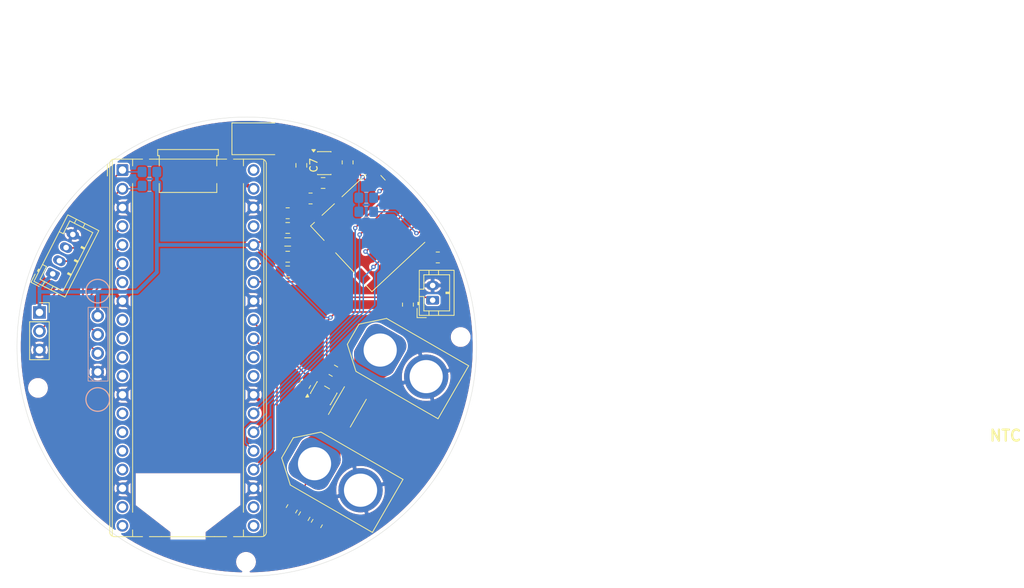
<source format=kicad_pcb>
(kicad_pcb
	(version 20241229)
	(generator "pcbnew")
	(generator_version "9.0")
	(general
		(thickness 1.6)
		(legacy_teardrops no)
	)
	(paper "A4")
	(layers
		(0 "F.Cu" signal)
		(2 "B.Cu" signal)
		(9 "F.Adhes" user "F.Adhesive")
		(11 "B.Adhes" user "B.Adhesive")
		(13 "F.Paste" user)
		(15 "B.Paste" user)
		(5 "F.SilkS" user "F.Silkscreen")
		(7 "B.SilkS" user "B.Silkscreen")
		(1 "F.Mask" user)
		(3 "B.Mask" user)
		(17 "Dwgs.User" user "User.Drawings")
		(19 "Cmts.User" user "User.Comments")
		(21 "Eco1.User" user "User.Eco1")
		(23 "Eco2.User" user "User.Eco2")
		(25 "Edge.Cuts" user)
		(27 "Margin" user)
		(31 "F.CrtYd" user "F.Courtyard")
		(29 "B.CrtYd" user "B.Courtyard")
		(35 "F.Fab" user)
		(33 "B.Fab" user)
		(39 "User.1" user)
		(41 "User.2" user)
		(43 "User.3" user)
		(45 "User.4" user)
	)
	(setup
		(pad_to_mask_clearance 0)
		(allow_soldermask_bridges_in_footprints no)
		(tenting front back)
		(grid_origin 134.95 93.5)
		(pcbplotparams
			(layerselection 0x00000000_00000000_55555555_5755f5ff)
			(plot_on_all_layers_selection 0x00000000_00000000_00000000_00000000)
			(disableapertmacros no)
			(usegerberextensions no)
			(usegerberattributes yes)
			(usegerberadvancedattributes yes)
			(creategerberjobfile yes)
			(dashed_line_dash_ratio 12.000000)
			(dashed_line_gap_ratio 3.000000)
			(svgprecision 4)
			(plotframeref no)
			(mode 1)
			(useauxorigin no)
			(hpglpennumber 1)
			(hpglpenspeed 20)
			(hpglpendiameter 15.000000)
			(pdf_front_fp_property_popups yes)
			(pdf_back_fp_property_popups yes)
			(pdf_metadata yes)
			(pdf_single_document no)
			(dxfpolygonmode yes)
			(dxfimperialunits yes)
			(dxfusepcbnewfont yes)
			(psnegative no)
			(psa4output no)
			(plot_black_and_white yes)
			(sketchpadsonfab no)
			(plotpadnumbers no)
			(hidednponfab no)
			(sketchdnponfab yes)
			(crossoutdnponfab yes)
			(subtractmaskfromsilk no)
			(outputformat 1)
			(mirror no)
			(drillshape 1)
			(scaleselection 1)
			(outputdirectory "")
		)
	)
	(net 0 "")
	(net 1 "/ISENSE_ADC")
	(net 2 "/SCL")
	(net 3 "unconnected-(A1-GPIO5-Pad7)")
	(net 4 "GND")
	(net 5 "unconnected-(A1-VBUS-Pad40)")
	(net 6 "Net-(A1-VSYS)")
	(net 7 "unconnected-(A1-GPIO8-Pad11)")
	(net 8 "/NTC_ADC")
	(net 9 "unconnected-(A1-GPIO15-Pad20)")
	(net 10 "/SD_MOSI")
	(net 11 "/VBAT_ADC")
	(net 12 "/SPI1_MISO")
	(net 13 "/UART0_RX")
	(net 14 "+3.3V")
	(net 15 "/SD_CLK")
	(net 16 "unconnected-(A1-GPIO6-Pad9)")
	(net 17 "/LC_SCK")
	(net 18 "unconnected-(A1-GPIO9-Pad12)")
	(net 19 "/UART0_TX")
	(net 20 "unconnected-(A1-GPIO7-Pad10)")
	(net 21 "/RPM")
	(net 22 "/SPI1_SCK")
	(net 23 "/SD_MISO")
	(net 24 "unconnected-(A1-GPIO14-Pad19)")
	(net 25 "unconnected-(A1-3V3_EN-Pad37)")
	(net 26 "/SDA")
	(net 27 "Net-(A1-ADC_VREF)")
	(net 28 "unconnected-(A1-RUN-Pad30)")
	(net 29 "/SD_CS")
	(net 30 "/SPI1_MOSI")
	(net 31 "unconnected-(A1-GPIO22-Pad29)")
	(net 32 "/SPI1_CSN")
	(net 33 "/LC_DT")
	(net 34 "/DET_B")
	(net 35 "+5V")
	(net 36 "+12V")
	(net 37 "Net-(J10-SHIELD)")
	(net 38 "/DET_A")
	(net 39 "Net-(J10-VDD)")
	(net 40 "Net-(J10-DAT1)")
	(net 41 "Net-(J10-DAT2)")
	(net 42 "Net-(R4-Pad1)")
	(net 43 "Net-(U2-QOD)")
	(net 44 "unconnected-(U2-CT-Pad4)")
	(net 45 "/BOUT_P")
	(footprint "MountingHole:MountingHole_2.2mm_M2_ISO7380" (layer "F.Cu") (at 134.85 122.7))
	(footprint "Resistor_SMD:R_2512_6332Metric_Pad1.40x3.35mm_HandSolder" (layer "F.Cu") (at 148.589359 101.672982 -120))
	(footprint "Resistor_SMD:R_0805_2012Metric_Pad1.20x1.40mm_HandSolder" (layer "F.Cu") (at 160.85 81.4 180))
	(footprint "Resistor_SMD:R_0805_2012Metric_Pad1.20x1.40mm_HandSolder" (layer "F.Cu") (at 142.860194 98.596186 60))
	(footprint "Inductor_SMD:L_0805_2012Metric_Pad1.05x1.20mm_HandSolder" (layer "F.Cu") (at 140.5 79.3 180))
	(footprint "Resistor_SMD:R_0805_2012Metric_Pad1.20x1.40mm_HandSolder" (layer "F.Cu") (at 141.05 115.5 -120))
	(footprint "Connector_AMASS:AMASS_XT60-F_1x02_P7.20mm_Vertical" (layer "F.Cu") (at 153.039358 93.965356 -30))
	(footprint "Connector_AMASS:AMASS_XT60-F_1x02_P7.20mm_Vertical" (layer "F.Cu") (at 144.139359 109.380607 -30))
	(footprint "Diode_SMD:D_SMB" (layer "F.Cu") (at 136.6 65.3))
	(footprint "Resistor_SMD:R_0805_2012Metric_Pad1.20x1.40mm_HandSolder" (layer "F.Cu") (at 143.6 73.4 180))
	(footprint "Module:RaspberryPi_Pico_Common_THT" (layer "F.Cu") (at 118.1 69.54))
	(footprint "Capacitor_SMD:C_0805_2012Metric_Pad1.18x1.45mm_HandSolder" (layer "F.Cu") (at 146.688655 96.765098 -30))
	(footprint "MountingHole:MountingHole_2.2mm_M2_ISO7380" (layer "F.Cu") (at 163.95 92.2))
	(footprint "MountingHole:MountingHole_2.2mm_M2_ISO7380" (layer "F.Cu") (at 106.65 99.1))
	(footprint "Package_TO_SOT_SMD:SOT-23-5" (layer "F.Cu") (at 145.385066 99.822981 60))
	(footprint "Package_TO_SOT_SMD:SOT-23-6" (layer "F.Cu") (at 145.4625 68.6))
	(footprint "Capacitor_SMD:C_0805_2012Metric_Pad1.18x1.45mm_HandSolder" (layer "F.Cu") (at 142.75 116.5 60))
	(footprint "Connector_Card:microSD_HC_Molex_104031-0811" (layer "F.Cu") (at 152 77.6 -47))
	(footprint "Connector_JST:JST_PH_B4B-PH-K_1x04_P2.00mm_Vertical" (layer "F.Cu") (at 108.647975 83.623326 63))
	(footprint "Connector_PinSocket_2.54mm:PinSocket_1x03_P2.54mm_Vertical" (layer "F.Cu") (at 106.85 88.86))
	(footprint "Resistor_SMD:R_0805_2012Metric_Pad1.20x1.40mm_HandSolder" (layer "F.Cu") (at 144.45 117.5 60))
	(footprint "Capacitor_SMD:C_0805_2012Metric_Pad1.18x1.45mm_HandSolder" (layer "F.Cu") (at 145.3 71.3 180))
	(footprint "Capacitor_SMD:C_0805_2012Metric_Pad1.18x1.45mm_HandSolder" (layer "F.Cu") (at 142.35 68.9 -90))
	(footprint "Capacitor_SMD:C_0805_2012Metric_Pad1.18x1.45mm_HandSolder" (layer "F.Cu") (at 140.5 77.4))
	(footprint "Resistor_SMD:R_0805_2012Metric_Pad1.20x1.40mm_HandSolder" (layer "F.Cu") (at 140.5 75.4))
	(footprint "Resistor_SMD:R_0805_2012Metric_Pad1.20x1.40mm_HandSolder" (layer "F.Cu") (at 156.8 87.8 90))
	(footprint "Resistor_SMD:R_0805_2012Metric_Pad1.20x1.40mm_HandSolder" (layer "F.Cu") (at 148.625 68.5 -90))
	(footprint "Capacitor_SMD:C_0805_2012Metric_Pad1.18x1.45mm_HandSolder" (layer "F.Cu") (at 140.5 81.3))
	(footprint "Connector_JST:JST_PH_B2B-PH-K_1x02_P2.00mm_Vertical" (layer "F.Cu") (at 160.15 87.2 90))
	(footprint "Capacitor_SMD:C_0805_2012Metric_Pad1.18x1.45mm_HandSolder" (layer "F.Cu") (at 140.5 83.3))
	(footprint "Resistor_SMD:R_0805_2012Metric_Pad1.20x1.40mm_HandSolder" (layer "B.Cu") (at 151.15 73.3))
	(footprint "HX711Module:HX711_Module_NoAnalog" (layer "B.Cu") (at 126.55 93.667))
	(footprint "Resistor_SMD:R_0805_2012Metric_Pad1.20x1.40mm_HandSolder" (layer "B.Cu") (at 121.761604 69.7929 180))
	(footprint "Resistor_SMD:R_0805_2012Metric_Pad1.20x1.40mm_HandSolder" (layer "B.Cu") (at 151.15 75.2))
	(footprint "Resistor_SMD:R_0805_2012Metric_Pad1.20x1.40mm_HandSolder" (layer "B.Cu") (at 121.761604 71.6929 180))
	(gr_line
		(start 147.75 103)
		(end 146.95 104.3)
		(stroke
			(width 0.2)
			(type default)
		)
		(layer "F.Cu")
		(net 36)
		(uuid "2df46c3b-215f-41bd-8d44-0955e870552b")
	)
	(gr_line
		(start 148.55 100.3)
		(end 149.25 100.3)
		(stroke
			(width 0.2)
			(type default)
		)
		(layer "F.Cu")
		(net 45)
		(uuid "3820bcbe-7143-4377-83c7-ed9a88a6343d")
	)
	(gr_line
		(start 147.55 102.3)
		(end 147.75 103)
		(stroke
			(width 0.2)
			(type default)
		)
		(layer "F.Cu")
		(net 36)
		(uuid "463151d0-fb33-4796-8b72-6546a5f3391e")
	)
	(gr_line
		(start 146.75 99.3)
		(end 148.55 100.3)
		(stroke
			(width 0.2)
			(type default)
		)
		(layer "F.Cu")
		(net 45)
		(uuid "b69c472b-aa2f-4038-a41f-1878b7fbfa21")
	)
	(gr_line
		(start 141.55 114.6)
		(end 143.15 111.8)
		(stroke
			(width 0.2)
			(type default)
		)
		(layer "F.Cu")
		(net 36)
		(uuid "b88a325b-7965-48a3-9e21-9fa522e6da91")
	)
	(gr_line
		(start 149.25 100.3)
		(end 150.05 99)
		(stroke
			(width 0.2)
			(type default)
		)
		(layer "F.Cu")
		(net 45)
		(uuid "c33c3565-083c-4986-a070-9d4c396c6850")
	)
	(gr_line
		(start 144.05 100.3)
		(end 142.35 99.4)
		(stroke
			(width 0.2)
			(type default)
		)
		(layer "F.Cu")
		(net 42)
		(uuid "f1b41719-89c1-413b-8fbe-0bfdbbfefa49")
	)
	(gr_line
		(start 145.25 98.1)
		(end 145.95 96.8)
		(stroke
			(width 0.2)
			(type default)
		)
		(layer "F.Cu")
		(net 14)
		(uuid "f1e5e460-9474-45a9-b0c5-68ad9bcc5afa")
	)
	(gr_line
		(start 145.65 101.3)
		(end 147.55 102.3)
		(stroke
			(width 0.2)
			(type default)
		)
		(layer "F.Cu")
		(net 36)
		(uuid "f558b25d-cc19-4831-9a56-687a7e12bb48")
	)
	(gr_circle
		(center 134.95 93.5)
		(end 166.1 93.5)
		(stroke
			(width 0.05)
			(type solid)
		)
		(fill no)
		(layer "Edge.Cuts")
		(uuid "4d39f37c-82b0-4297-991d-5e3f02ac3e50")
	)
	(gr_circle
		(center 134.95 93.5)
		(end 166.1 93.5)
		(stroke
			(width 0.05)
			(type solid)
		)
		(fill no)
		(layer "Margin")
		(uuid "dbb84c0f-8ac3-4c6b-b96a-1e774551e1f8")
	)
	(gr_text "NTC"
		(at 235.5 106.45 0)
		(layer "F.SilkS")
		(uuid "5edae1d2-f999-4efd-a001-dc75ab72d3e9")
		(effects
			(font
				(size 1.5 1.5)
				(thickness 0.3)
				(bold yes)
			)
			(justify left bottom)
		)
	)
	(segment
		(start 143.360194 97.73016)
		(end 143.360194 97.710194)
		(width 0.2)
		(layer "F.Cu")
		(net 1)
		(uuid "4eefc112-53b1-4872-848e-4a3c5071e51b")
	)
	(segment
		(start 135.88 90.23)
		(end 135.88 89.86)
		(width 0.2)
		(layer "F.Cu")
		(net 1)
		(uuid "6f0aaa66-1c8c-4ab6-950c-fdee6f1eaf3f")
	)
	(segment
		(start 143.360194 97.710194)
		(end 135.88 90.23)
		(width 0.2)
		(layer "F.Cu")
		(net 1)
		(uuid "7285ccd7-3ba3-495e-93cb-f2b0359751e7")
	)
	(segment
		(start 109.414643 81.9)
		(end 111.2 81.9)
		(width 0.2)
		(layer "F.Cu")
		(net 2)
		(uuid "211466af-663d-4dc5-a164-e829565cdd94")
	)
	(segment
		(start 118.08 72.1)
		(end 118.1 72.08)
		(width 0.2)
		(layer "F.Cu")
		(net 2)
		(uuid "4571531e-1dcf-4a72-9dab-8cddd32e2c3d")
	)
	(segment
		(start 114.55 75.5)
		(end 117.95 72.1)
		(width 0.2)
		(layer "F.Cu")
		(net 2)
		(uuid "4e96be37-51fb-4af7-97c3-adf05a739510")
	)
	(segment
		(start 111.2 81.9)
		(end 114.55 78.55)
		(width 0.2)
		(layer "F.Cu")
		(net 2)
		(uuid "589dc0ff-0601-4fc0-bb33-4cc7bbc5e6f8")
	)
	(segment
		(start 114.55 78.55)
		(end 114.55 75.5)
		(width 0.2)
		(layer "F.Cu")
		(net 2)
		(uuid "7e57dab2-b992-4bd9-9e39-612db3378c61")
	)
	(segment
		(start 109.055956 81.541313)
		(end 109.414643 81.9)
		(width 0.2)
		(layer "F.Cu")
		(net 2)
		(uuid "9fb3c99c-a6c8-4b56-8bca-7e8e2d69e337")
	)
	(segment
		(start 117.95 72.1)
		(end 118.08 72.1)
		(width 0.2)
		(layer "F.Cu")
		(net 2)
		(uuid "d9cb47b2-faa8-4758-bb6d-d5e7cc8084e6")
	)
	(segment
		(start 118.1 72.08)
		(end 120.374504 72.08)
		(width 0.2)
		(layer "B.Cu")
		(net 2)
		(uuid "7e37ac5a-79e6-4084-97d1-d58808edb083")
	)
	(segment
		(start 120.374504 72.08)
		(end 120.761604 71.6929)
		(width 0.2)
		(layer "B.Cu")
		(net 2)
		(uuid "a3b0c38d-c6a2-43f6-ba0c-3fbe3137a7a1")
	)
	(segment
		(start 135.53 72.08)
		(end 135.88 72.08)
		(width 0.5)
		(layer "F.Cu")
		(net 6)
		(uuid "036bc7df-810f-4f19-9e8e-f3da240a669e")
	)
	(segment
		(start 134.15 70.7)
		(end 135.53 72.08)
		(width 0.5)
		(layer "F.Cu")
		(net 6)
		(uuid "5b6cd7cc-7b09-4c9e-9c87-547d9bd965f0")
	)
	(segment
		(start 134.15 65.6)
		(end 134.15 70.7)
		(width 0.5)
		(layer "F.Cu")
		(net 6)
		(uuid "d305ad64-87e2-4691-b421-d2450f69474f")
	)
	(segment
		(start 134.45 65.3)
		(end 134.15 65.6)
		(width 0.5)
		(layer "F.Cu")
		(net 6)
		(uuid "f331e36a-1f23-40c8-8521-ad5f71c0b5b4")
	)
	(segment
		(start 145.35 86.8)
		(end 156.8 86.8)
		(width 0.2)
		(layer "F.Cu")
		(net 8)
		(uuid "25d528a0-00fe-4fae-be29-00a75ef23d73")
	)
	(segment
		(start 135.96 84.7)
		(end 143.25 84.7)
		(width 0.2)
		(layer "F.Cu")
		(net 8)
		(uuid "4de930b6-6279-4fbd-bfb4-643f2fbb1c36")
	)
	(segment
		(start 143.25 84.7)
		(end 145.35 86.8)
		(width 0.2)
		(layer "F.Cu")
		(net 8)
		(uuid "7b4f182d-3430-4626-8ea4-c3cae11b5b0c")
	)
	(segment
		(start 135.88 84.78)
		(end 135.96 84.7)
		(width 0.2)
		(layer "F.Cu")
		(net 8)
		(uuid "989d4b8a-ca9c-42aa-8f83-11f1c8b07bc6")
	)
	(segment
		(start 160.15 87.2)
		(end 159.75 86.8)
		(width 0.2)
		(layer "F.Cu")
		(net 8)
		(uuid "b5affcb5-8421-4f00-8c9c-78f955f2ff53")
	)
	(segment
		(start 159.75 86.8)
		(end 156.8 86.8)
		(width 0.2)
		(layer "F.Cu")
		(net 8)
		(uuid "b5d16c12-368c-4b1f-b53b-4e9676198ff5")
	)
	(segment
		(start 155.368668 73.221233)
		(end 150.289901 78.3)
		(width 0.2)
		(layer "F.Cu")
		(net 10)
		(uuid "5b42790e-b521-4c7b-b325-ebb020778fff")
	)
	(segment
		(start 150.289901 78.3)
		(end 150.25 78.3)
		(width 0.2)
		(layer "F.Cu")
		(net 10)
		(uuid "5dbfa705-1250-4175-909b-089516ea0c1d")
	)
	(via
		(at 150.25 78.3)
		(size 0.6)
		(drill 0.3)
		(layers "F.Cu" "B.Cu")
		(net 10)
		(uuid "4117ba32-427e-42fa-aa91-dc29333f0d78")
	)
	(segment
		(start 137.634314 102.515686)
		(end 137.634314 101.384314)
		(width 0.2)
		(layer "B.Cu")
		(net 10)
		(uuid "0b45a4a4-3648-465a-bc42-a60e2dddf336")
	)
	(segment
		(start 150.25 88.768628)
		(end 150.25 78.3)
		(width 0.2)
		(layer "B.Cu")
		(net 10)
		(uuid "1600bb01-bf93-4de3-869f-dfd230bf8c08")
	)
	(segment
		(start 134.779 106.539)
		(end 134.779 104.64395)
		(width 0.2)
		(layer "B.Cu")
		(net 10)
		(uuid "46646574-5959-4b40-a4bb-5746011641d7")
	)
	(segment
		(start 135.88 107.64)
		(end 134.779 106.539)
		(width 0.2)
		(layer "B.Cu")
		(net 10)
		(uuid "58d1c042-1100-4912-ab4f-dc7dc89566bd")
	)
	(segment
		(start 134.779 104.64395)
		(end 135.52295 103.9)
		(width 0.2)
		(layer "B.Cu")
		(net 10)
		(uuid "7a45ff8f-fc45-4246-b307-3dd88ed74400")
	)
	(segment
		(start 136.25 103.9)
		(end 137.634314 102.515686)
		(width 0.2)
		(layer "B.Cu")
		(net 10)
		(uuid "a649efae-43d7-42fe-a530-e55915b1fac6")
	)
	(segment
		(start 137.634314 101.384314)
		(end 150.25 88.768628)
		(width 0.2)
		(layer "B.Cu")
		(net 10)
		(uuid "c2024c17-1592-498d-a572-8761cf12480c")
	)
	(segment
		(start 135.52295 103.9)
		(end 136.25 103.9)
		(width 0.2)
		(layer "B.Cu")
		(net 10)
		(uuid "efb8d947-4616-421b-8780-379f6caede5e")
	)
	(segment
		(start 139.05 95.57)
		(end 135.88 92.4)
		(width 0.2)
		(layer "F.Cu")
		(net 11)
		(uuid "47cbc32f-119e-4e71-8449-fc5be0a0e920")
	)
	(segment
		(start 139.05 114.866026)
		(end 139.05 95.57)
		(width 0.2)
		(layer "F.Cu")
		(net 11)
		(uuid "6d9b71b1-0d98-4eaa-a4e3-c19704998eda")
	)
	(segment
		(start 140.55 116.366026)
		(end 139.05 114.866026)
		(width 0.2)
		(layer "F.Cu")
		(net 11)
		(uuid "a241b935-5922-4ae3-bd31-af9562f28a88")
	)
	(segment
		(start 140.9875 67.8625)
		(end 142.35 67.8625)
		(width 0.2)
		(layer "F.Cu")
		(net 14)
		(uuid "0052405a-78b5-4de6-8a34-4a967aec362e")
	)
	(segment
		(start 139.5 69.35)
		(end 140.9875 67.8625)
		(width 0.2)
		(layer "F.Cu")
		(net 14)
		(uuid "1914ff1e-0378-4236-9a28-718b69a2f5a0")
	)
	(segment
		(start 145.790154 90.059846)
		(end 147.05 88.8)
		(width 0.2)
		(layer "F.Cu")
		(net 14)
		(uuid "1ba3014a-715b-48c3-b754-232e11860267")
	)
	(segment
		(start 139.4625 77.4)
		(end 139.4625 79.1875)
		(width 0.2)
		(layer "F.Cu")
		(net 14)
		(uuid "2afea863-d978-4591-a7d2-e16bb5a6b421")
	)
	(segment
		(start 144.325 67.65)
		(end 142.5625 67.65)
		(width 0.2)
		(layer "F.Cu")
		(net 14)
		(uuid "400e57fa-7cf6-475d-8a7c-5a69d31b1666")
	)
	(segment
		(start 139.35 79.3)
		(end 136.28 79.3)
		(width 0.2)
		(layer "F.Cu")
		(net 14)
		(uuid "4e35218e-0fe1-4bc3-9c25-a1ac04c7188b")
	)
	(segment
		(start 156.8 88.8)
		(end 147.05 88.8)
		(width 0.2)
		(layer "F.Cu")
		(net 14)
		(uuid "5e662ccb-10b6-49f5-8b46-3a5e19614ffc")
	)
	(segment
		(start 139.4625 79.1875)
		(end 139.35 79.3)
		(width 0.2)
		(layer "F.Cu")
		(net 14)
		(uuid "6bc73c26-8c93-4be1-9a92-aecbcba869e4")
	)
	(segment
		(start 145.790154 96.246348)
		(end 145.790154 90.059846)
		(width 0.2)
		(layer "F.Cu")
		(net 14)
		(uuid "6ef1633b-c4e2-477d-a960-9bc9a752f979")
	)
	(segment
		(start 142.5625 67.65)
		(end 142.35 67.8625)
		(width 0.2)
		(layer "F.Cu")
		(net 14)
		(uuid "87e34536-dbbd-4d37-8e53-332e6e870ef2")
	)
	(segment
		(start 139.5 75.4)
		(end 139.5 69.35)
		(width 0.2)
		(layer "F.Cu")
		(net 14)
		(uuid "aa6cc20c-9a5b-4e19-84c5-6698fc3bd406")
	)
	(segment
		(start 136.28 79.3)
		(end 135.88 79.7)
		(width 0.2)
		(layer "F.Cu")
		(net 14)
		(uuid "c25f52df-a5d8-4354-95f6-85bd977c5e8a")
	)
	(via
		(at 146.3 89.55)
		(size 0.6)
		(drill 0.3)
		(layers "F.Cu" "B.Cu")
		(net 14)
		(uuid "4a4cf025-c19b-46de-b7d1-c9b9eb8bd014")
	)
	(segment
		(start 115.75 86.064)
		(end 120.086 86.064)
		(width 0.5)
		(layer "B.Cu")
		(net 14)
		(uuid "075d3dc1-47bd-4dbe-9cef-70f572e2a7ea")
	)
	(segment
		(start 122.761604 83.388396)
		(end 122.761604 79.7)
		(width 0.5)
		(layer "B.Cu")
		(net 14)
		(uuid "1b567e70-4cdd-48ce-975f-791c6e8c36e8")
	)
	(segment
		(start 115.75 86.064)
		(end 114.55 86.064)
		(width 0.5)
		(layer "B.Cu")
		(net 14)
		(uuid "261481a5-c9fb-4676-8b4a-369ddfbd41ea")
	)
	(segment
		(start 122.761604 79.7)
		(end 135.88 79.7)
		(width 0.5)
		(layer "B.Cu")
		(net 14)
		(uuid "4cce6078-ad6b-4c01-9798-7c47a4c2aa04")
	)
	(segment
		(start 135.88 79.7)
		(end 145.73 89.55)
		(width 0.2)
		(layer "B.Cu")
		(net 14)
		(uuid "54a22445-ef0d-4793-8052-47e9939e35b1")
	)
	(segment
		(start 120.086 86.064)
		(end 122.761604 83.388396)
		(width 0.5)
		(layer "B.Cu")
		(net 14)
		(uuid "639b08ae-7f1e-407a-b157-6fc28d594e9e")
	)
	(segment
		(start 145.73 89.55)
		(end 146.3 89.55)
		(width 0.2)
		(layer "B.Cu")
		(net 14)
		(uuid "7aa675cb-4ca4-416c-83e3-93019a5bff17")
	)
	(segment
		(start 106.886 86.064)
		(end 106.85 86.1)
		(width 0.5)
		(layer "B.Cu")
		(net 14)
		(uuid "7fa944e2-92af-4604-ac88-6b2771e336ef")
	)
	(segment
		(start 114.55 86.064)
		(end 106.886 86.064)
		(width 0.5)
		(layer "B.Cu")
		(net 14)
		(uuid "8c8c098f-a893-4ad8-b880-85c54877c339")
	)
	(segment
		(start 114.75 86.264)
		(end 114.55 86.064)
		(width 0.5)
		(layer "B.Cu")
		(net 14)
		(uuid "a333cbc7-5acd-40f8-97bb-8e562c551a5b")
	)
	(segment
		(start 106.85 85.421301)
		(end 108.647975 83.623326)
		(width 0.5)
		(layer "B.Cu")
		(net 14)
		(uuid "b344f085-4cc1-4a8a-9796-67beb2982f5f")
	)
	(segment
		(start 106.85 86.1)
		(end 106.85 85.421301)
		(width 0.5)
		(layer "B.Cu")
		(net 14)
		(uuid "bd7c268a-9935-4bf8-9327-af83ef240e5f")
	)
	(segment
		(start 106.99 89)
		(end 106.85 88.86)
		(width 0.5)
		(layer "B.Cu")
		(net 14)
		(uuid "de278149-7907-44a4-a5a1-c08f18e15657")
	)
	(segment
		(start 106.85 88.86)
		(end 106.85 86.1)
		(width 0.5)
		(layer "B.Cu")
		(net 14)
		(uuid "e42674f2-614e-4d62-b763-3360fb09d030")
	)
	(segment
		(start 114.75 89.32)
		(end 114.43 89)
		(width 0.5)
		(layer "B.Cu")
		(net 14)
		(uuid "e84cab7b-1dc7-4604-83c0-707644b2faf9")
	)
	(segment
		(start 122.761604 79.7)
		(end 122.761604 69.7929)
		(width 0.5)
		(layer "B.Cu")
		(net 14)
		(uuid "f256436e-8f26-4fc9-ba40-b5796aebc49b")
	)
	(segment
		(start 114.75 89.32)
		(end 114.75 86.264)
		(width 0.5)
		(layer "B.Cu")
		(net 14)
		(uuid "fa2ea609-c46b-42d0-9783-942b59de060c")
	)
	(segment
		(start 151.099278 80.6)
		(end 151.05 80.6)
		(width 0.2)
		(layer "F.Cu")
		(net 15)
		(uuid "30797f8a-50c2-407c-9f64-e64bcd0e3d88")
	)
	(segment
		(start 156.869065 74.830213)
		(end 151.099278 80.6)
		(width 0.2)
		(layer "F.Cu")
		(net 15)
		(uuid "9f8c1a44-ae7a-4f3e-ba4d-c5178d047d4d")
	)
	(via
		(at 151.05 80.6)
		(size 0.6)
		(drill 0.3)
		(layers "F.Cu" "B.Cu")
		(net 15)
		(uuid "47464cdf-a539-4225-8fcf-c9b6d3709df1")
	)
	(segment
		(start 152.779327 82.948566)
		(end 152.779327 82.329327)
		(width 0.2)
		(layer "B.Cu")
		(net 15)
		(uuid "08be3b59-ad46-4701-be57-886a98756f6b")
	)
	(segment
		(start 152.3 83.427893)
		(end 152.779327 82.948566)
		(width 0.2)
		(layer "B.Cu")
		(net 15)
		(uuid "0da75b40-84f0-4e3f-8e86-a644ff6302dc")
	)
	(segment
		(start 152.3 87.85)
		(end 152.3 83.427893)
		(width 0.2)
		(layer "B.Cu")
		(net 15)
		(uuid "1adf999e-975f-4525-b3d5-378bae5ff37f")
	)
	(segment
		(start 138.65 101.5)
		(end 152.3 87.85)
		(width 0.2)
		(layer "B.Cu")
		(net 15)
		(uuid "676c8edb-bd6c-4882-9ac0-8cd58944ec9e")
	)
	(segment
		(start 135.88 110.18)
		(end 138.65 107.41)
		(width 0.2)
		(layer "B.Cu")
		(net 15)
		(uuid "d52bcd81-b070-480c-b01e-97014de802d1")
	)
	(segment
		(start 152.779327 82.329327)
		(end 151.05 80.6)
		(width 0.2)
		(layer "B.Cu")
		(net 15)
		(uuid "f07eae34-1c1a-4591-8ae4-91706f55d099")
	)
	(segment
		(start 138.65 107.41)
		(end 138.65 101.5)
		(width 0.2)
		(layer "B.Cu")
		(net 15)
		(uuid "f633eb62-2738-4070-8628-96bc7e99b830")
	)
	(segment
		(start 114.75 91.86)
		(end 113.25 90.36)
		(width 0.2)
		(layer "F.Cu")
		(net 17)
		(uuid "444edc0d-ad30-4ecf-893a-6861ea3d5242")
	)
	(segment
		(start 113.25 87.09)
		(end 118.1 82.24)
		(width 0.2)
		(layer "F.Cu")
		(net 17)
		(uuid "fadbdd84-301c-488e-afd8-52a759ee3a50")
	)
	(segment
		(start 113.25 90.36)
		(end 113.25 87.09)
		(width 0.2)
		(layer "F.Cu")
		(net 17)
		(uuid "fdfc97e7-a19a-4016-8914-e70354782bdb")
	)
	(segment
		(start 108.65 89.6)
		(end 106.85 91.4)
		(width 0.2)
		(layer "F.Cu")
		(net 21)
		(uuid "319309bc-517c-4a4d-bcca-15169559eb81")
	)
	(segment
		(start 108.65 86.61)
		(end 108.65 89.6)
		(width 0.2)
		(layer "F.Cu")
		(net 21)
		(uuid "91cc0c56-90d4-45d7-a8b8-a39014f6a6c2")
	)
	(segment
		(start 118.1 77.16)
		(end 108.65 86.61)
		(width 0.2)
		(layer "F.Cu")
		(net 21)
		(uuid "eca1934c-4ff5-4926-8198-00fbd29731b2")
	)
	(segment
		(start 158.369462 76.439192)
		(end 152.129327 82.679327)
		(width 0.2)
		(layer "F.Cu")
		(net 23)
		(uuid "41c238f1-cb1f-453a-b66a-3d6bd53d5159")
	)
	(via
		(at 152.129327 82.679327)
		(size 0.6)
		(drill 0.3)
		(layers "F.Cu" "B.Cu")
		(net 23)
		(uuid "9dbeabcf-24ce-4cb8-97b8-e33ec659edb2")
	)
	(segment
		(start 152.129327 82.744879)
		(end 152.129327 82.679327)
		(width 0.2)
		(layer "B.Cu")
		(net 23)
		(uuid "006f6a94-5203-42be-a64d-4a6d508ea4f8")
	)
	(segment
		(start 150.75 84.124206)
		(end 152.129327 82.744879)
		(width 0.2)
		(layer "B.Cu")
		(net 23)
		(uuid "5bfcc7f2-2553-4206-91a9-81ac5966e3ec")
	)
	(segment
		(start 138.167157 102.812843)
		(end 138.167157 101.417157)
		(width 0.2)
		(layer "B.Cu")
		(net 23)
		(uuid "787fc0e1-ce04-47ca-9c53-48c31088ef5b")
	)
	(segment
		(start 135.88 105.1)
		(end 138.167157 102.812843)
		(width 0.2)
		(layer "B.Cu")
		(net 23)
		(uuid "dd3cdcce-5faa-4eb2-b9d8-a6cdfeab2c13")
	)
	(segment
		(start 150.75 88.834314)
		(end 150.75 84.124206)
		(width 0.2)
		(layer "B.Cu")
		(net 23)
		(uuid "f002a166-e2f7-46a1-9b83-8cbe8be67a4e")
	)
	(segment
		(start 138.167157 101.417157)
		(end 150.75 88.834314)
		(width 0.2)
		(layer "B.Cu")
		(net 23)
		(uuid "f4588899-de58-41ab-b63e-6325c8d5e2a8")
	)
	(segment
		(start 109.963937 79.759299)
		(end 110.304638 80.1)
		(width 0.2)
		(layer "F.Cu")
		(net 26)
		(uuid "00bfa33e-a608-41b2-80f9-95e645a64770")
	)
	(segment
		(start 113.4 74.2)
		(end 118.06 69.54)
		(width 0.2)
		(layer "F.Cu")
		(net 26)
		(uuid "2a453d2b-6a0d-4682-854d-79390dfad3fa")
	)
	(segment
		(start 110.304638 80.1)
		(end 111.9 80.1)
		(width 0.2)
		(layer "F.Cu")
		(net 26)
		(uuid "2f5fd4fe-7775-44fa-92ba-b37f1e662ba3")
	)
	(segment
		(start 111.9 80.1)
		(end 113.4 78.6)
		(width 0.2)
		(layer "F.Cu")
		(net 26)
		(uuid "98ac56c0-1aa8-465c-8269-692a0e49661e")
	)
	(segment
		(start 113.4 78.6)
		(end 113.4 74.2)
		(width 0.2)
		(layer "F.Cu")
		(net 26)
		(uuid "e7357383-7656-46de-96b2-636071cc738d")
	)
	(segment
		(start 118.06 69.54)
		(end 118.1 69.54)
		(width 0.2)
		(layer "F.Cu")
		(net 26)
		(uuid "fb2cb694-84a7-4b6d-a449-1b307427ff8b")
	)
	(segment
		(start 120.761604 69.7929)
		(end 118.3529 69.7929)
		(width 0.2)
		(layer "B.Cu")
		(net 26)
		(uuid "1ae38819-ca29-4103-a9cf-ed0a4fb1fe29")
	)
	(segment
		(start 118.3529 69.7929)
		(end 118.1 69.54)
		(width 0.2)
		(layer "B.Cu")
		(net 26)
		(uuid "2f1a1e4b-4d39-4fde-ac28-39473c8cfca5")
	)
	(segment
		(start 141.65 79.35)
		(end 141.65 79.3)
		(width 0.2)
		(layer "F.Cu")
		(net 27)
		(uuid "27a5c2ab-0910-4b8f-84f1-8e27bc9878ea")
	)
	(segment
		(start 140.3 80.3)
		(end 140.7 80.3)
		(width 0.2)
		(layer "F.Cu")
		(net 27)
		(uuid "2ee8cb55-6e10-419d-b68a-5f85bcb017e8")
	)
	(segment
		(start 140.7 80.3)
		(end 141.65 79.35)
		(width 0.2)
		(layer "F.Cu")
		(net 27)
		(uuid "4eb40587-a929-492b-865a-9ac86466b841")
	)
	(segment
		(start 138.2 83.3)
		(end 139.4625 83.3)
		(width 0.2)
		(layer "F.Cu")
		(net 27)
		(uuid "5c0e9799-fcae-4bbd-ab51-3a6dff4facc3")
	)
	(segment
		(start 139.4625 81.1375)
		(end 140.3 80.3)
		(width 0.2)
		(layer "F.Cu")
		(net 27)
		(uuid "691e7260-f1ce-47fa-b7de-e01200da525b")
	)
	(segment
		(start 139.4625 81.3)
		(end 139.4625 81.1375)
		(width 0.2)
		(layer "F.Cu")
		(net 27)
		(uuid "6b15b90f-e9ac-4bf0-9766-e835c345f215")
	)
	(segment
		(start 135.88 82.24)
		(end 137.14 82.24)
		(width 0.2)
		(layer "F.Cu")
		(net 27)
		(uuid "7fb6a70a-191e-44b9-ae66-58beb7e722c6")
	)
	(segment
		(start 139.4625 83.3)
		(end 139.4625 81.3)
		(width 0.2)
		(layer "F.Cu")
		(net 27)
		(uuid "aa3f8b0d-1a10-4f96-b407-a08cdc65a962")
	)
	(segment
		(start 137.14 82.24)
		(end 138.2 83.3)
		(width 0.2)
		(layer "F.Cu")
		(net 27)
		(uuid "f8ab8fdc-b0b3-4f07-9180-23078d953056")
	)
	(segment
		(start 154.61847 72.416745)
		(end 149.65 77.385215)
		(width 0.2)
		(layer "F.Cu")
		(net 29)
		(uuid "0f883ad9-0748-4bee-9a65-75683d953fc8")
	)
	(segment
		(start 149.65 77.385215)
		(end 149.65 77.4)
		(width 0.2)
		(layer "F.Cu")
		(net 29)
		(uuid "8cc8022c-5cb9-4f51-ba6b-a67664aa2929")
	)
	(via
		(at 149.65 77.4)
		(size 0.6)
		(drill 0.3)
		(layers "F.Cu" "B.Cu")
		(net 29)
		(uuid "b69a9bf1-27ed-494f-a40b-2efcb00d01b9")
	)
	(segment
		(start 149.65 88.79)
		(end 149.65 77.4)
		(width 0.2)
		(layer "B.Cu")
		(net 29)
		(uuid "a8b1e157-5a33-49dc-a4bc-59029aae06d1")
	)
	(segment
		(start 135.88 102.56)
		(end 149.65 88.79)
		(width 0.2)
		(layer "B.Cu")
		(net 29)
		(uuid "f75df4cf-df4e-467f-b43b-35e0817f593b")
	)
	(segment
		(start 114.75 94.4)
		(end 112.75 92.4)
		(width 0.2)
		(layer "F.Cu")
		(net 33)
		(uuid "31c4c366-0174-44f1-86c6-6463e6959aa0")
	)
	(segment
		(start 112.75 92.4)
		(end 112.75 85.05)
		(width 0.2)
		(layer "F.Cu")
		(net 33)
		(uuid "72328af7-2a3c-413f-91a9-8f61ce246270")
	)
	(segment
		(start 112.75 85.05)
		(end 118.1 79.7)
		(width 0.2)
		(layer "F.Cu")
		(net 33)
		(uuid "819eed80-4ae0-4ac7-a148-5e52c0296c7b")
	)
	(segment
		(start 146.3375 72.643548)
		(end 146.3375 71.3)
		(width 0.2)
		(layer "F.Cu")
		(net 34)
		(uuid "352cb8cf-aee7-4e68-9dc5-0409eea42305")
	)
	(segment
		(start 144.7 69.55)
		(end 146.3375 71.1875)
		(width 0.2)
		(layer "F.Cu")
		(net 34)
		(uuid "56b62086-8506-4261-9285-3a966f9e25b5")
	)
	(segment
		(start 146.15 73.4)
		(end 146.621976 72.928024)
		(width 0.2)
		(layer "F.Cu")
		(net 34)
		(uuid "5fcad209-be4c-4977-b49b-368d58d8f8fc")
	)
	(segment
		(start 147.573381 73.879429)
		(end 146.621976 72.928024)
		(width 0.2)
		(layer "F.Cu")
		(net 34)
		(uuid "8d00dd49-f155-4162-9663-f292f69a3ea1")
	)
	(segment
		(start 146.621976 72.928024)
		(end 146.3375 72.643548)
		(width 0.2)
		(layer "F.Cu")
		(net 34)
		(uuid "932a9f0f-03f6-4477-86be-7af52331d013")
	)
	(segment
		(start 146.3375 71.1875)
		(end 146.3375 71.3)
		(width 0.2)
		(layer "F.Cu")
		(net 34)
		(uuid "bd628a2c-7076-4fc6-91e4-52ced50ba558")
	)
	(segment
		(start 144.325 69.55)
		(end 144.7 69.55)
		(width 0.2)
		(layer "F.Cu")
		(net 34)
		(uuid "bf8afc8f-9961-4f5d-97e6-612fdec5eb7c")
	)
	(segment
		(start 144.6 73.4)
		(end 146.15 73.4)
		(width 0.2)
		(layer "F.Cu")
		(net 34)
		(uuid "efb746c1-85ba-4c34-846c-4ec3fb096172")
	)
	(segment
		(start 142.65 110.869966)
		(end 144.139359 109.380607)
		(width 0.2)
		(layer "F.Cu")
		(net 36)
		(uuid "6eacb600-84ce-4db8-b8e6-7c240fda203f")
	)
	(segment
		(start 159.780749 78.330749)
		(end 161.85 80.4)
		(width 0.2)
		(layer "F.Cu")
		(net 37)
		(uuid "49ece59b-5542-42ab-899c-aa7961a918a1")
	)
	(segment
		(start 161.85 80.4)
		(end 161.85 81.4)
		(width 0.2)
		(layer "F.Cu")
		(net 37)
		(uuid "c5569757-a7bf-41b6-b0ee-7ee96936dbd0")
	)
	(segment
		(start 159.654804 78.330749)
		(end 159.780749 78.330749)
		(width 0.2)
		(layer "F.Cu")
		(net 37)
		(uuid "fd2d4586-97a9-4bde-bfa4-f67c20d61b37")
	)
	(segment
		(start 143.86455 75.4)
		(end 144.867373 76.402823)
		(width 0.2)
		(layer "F.Cu")
		(net 38)
		(uuid "43ba215e-7aaf-4f2f-9916-f71ceac9952f")
	)
	(segment
		(start 141.5 75.4)
		(end 143.86455 75.4)
		(width 0.2)
		(layer "F.Cu")
		(net 38)
		(uuid "f594527d-e2fd-4bae-bf49-e528dc149d04")
	)
	(segment
		(start 148.475 67.65)
		(end 148.625 67.5)
		(width 0.2)
		(layer "F.Cu")
		(net 39)
		(uuid "0c627a89-971d-4d71-b313-22e0655d8f47")
	)
	(segment
		(start 152.55 71.4)
		(end 151.55 71.4)
		(width 0.2)
		(layer "F.Cu")
		(net 39)
		(uuid "1bcceec5-41be-4f6f-9dae-a7199b5eeda9")
	)
	(segment
		(start 154.65 70.4)
		(end 153.55 70.4)
		(width 0.2)
		(layer "F.Cu")
		(net 39)
		(uuid "2b2020ab-1e95-4701-a4e3-56357e9bf3fb")
	)
	(segment
		(start 156.508014 73.636577)
		(end 156.513423 73.636577)
		(width 0.2)
		
... [332793 chars truncated]
</source>
